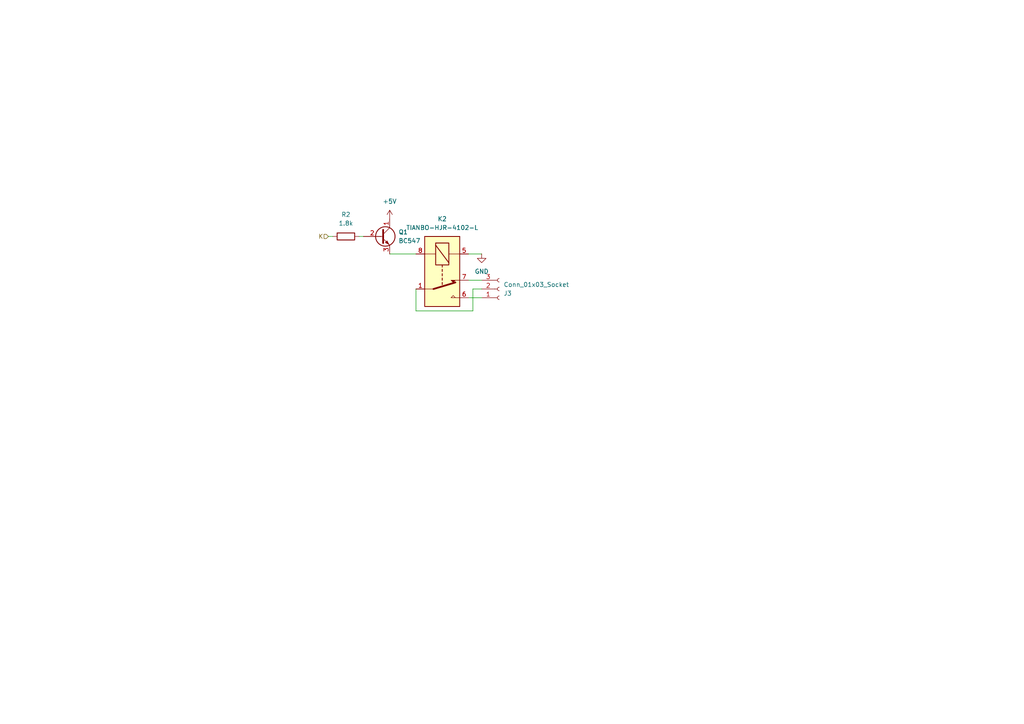
<source format=kicad_sch>
(kicad_sch (version 20231120) (generator "eeschema") (generator_version "8.0")
  (paper "A4")
  (lib_symbols
    (symbol "Connector:Conn_01x03_Socket" (pin_names (offset 1.016) hide)
      (property "Reference" "J" (at 0 5.08 0))
      (property "Value" "Conn_01x03_Socket" (at 0 -5.08 0))
      (symbol "Conn_01x03_Socket_1_1"
        (arc (start 0 -2.032) (mid -0.5058 -2.54) (end 0 -3.048) (stroke (width 0.1524)))
        (polyline (pts (xy -1.27 -2.54) (xy -0.508 -2.54)) (stroke (width 0.1524)))
        (polyline (pts (xy -1.27 0) (xy -0.508 0)) (stroke (width 0.1524)))
        (polyline (pts (xy -1.27 2.54) (xy -0.508 2.54)) (stroke (width 0.1524)))
        (arc (start 0 0.508) (mid -0.5058 0) (end 0 -0.508) (stroke (width 0.1524)))
        (arc (start 0 3.048) (mid -0.5058 2.54) (end 0 2.032) (stroke (width 0.1524)))
        (pin passive line (at -5.08 2.54 0) (length 3.81) (name "Pin_1") (number "1"))
        (pin passive line (at -5.08 0 0) (length 3.81) (name "Pin_2") (number "2"))
        (pin passive line (at -5.08 -2.54 0) (length 3.81) (name "Pin_3") (number "3"))
      )
    )
    (symbol "Device:R" (pin_numbers hide) (pin_names (offset 0))
      (property "Reference" "R" (at 2.032 0 90))
      (property "Value" "R" (at 0 0 90))
      (symbol "R_0_1"
        (rectangle (start -1.016 -2.54) (end 1.016 2.54) (stroke (width 0.254)))
      )
      (symbol "R_1_1"
        (pin passive line (at 0 3.81 270) (length 1.27) (name "~") (number "1"))
        (pin passive line (at 0 -3.81 90) (length 1.27) (name "~") (number "2"))
      )
    )
    (symbol "Relay:TIANBO-HJR-4102-L"
      (property "Reference" "K4" (at -15.24 0 90))
      (property "Value" "TIANBO-HJR-4102-L" (at -12.7 0 90))
      (symbol "TIANBO-HJR-4102-L_0_0"
        (polyline (pts (xy 7.62 5.08) (xy 7.62 2.54) (xy 6.985 3.175) (xy 7.62 3.81)))
      )
      (symbol "TIANBO-HJR-4102-L_0_1"
        (rectangle (start -10.16 5.08) (end 10.16 -5.08) (stroke (width 0.254)) (fill (type background)))
        (rectangle (start -8.255 1.905) (end -1.905 -1.905) (stroke (width 0.254)))
        (polyline (pts (xy -7.62 -1.905) (xy -2.54 1.905)) (stroke (width 0.254)))
        (polyline (pts (xy -5.08 -5.08) (xy -5.08 -1.905)))
        (polyline (pts (xy -5.08 5.08) (xy -5.08 1.905)))
        (polyline (pts (xy -1.905 0) (xy -1.27 0)) (stroke (width 0.254)))
        (polyline (pts (xy -0.635 0) (xy 0 0)) (stroke (width 0.254)))
        (polyline (pts (xy 0.635 0) (xy 1.27 0)) (stroke (width 0.254)))
        (polyline (pts (xy 1.905 0) (xy 2.54 0)) (stroke (width 0.254)))
        (polyline (pts (xy 3.175 0) (xy 3.81 0)) (stroke (width 0.254)))
        (polyline (pts (xy 5.08 -2.54) (xy 3.175 3.81)) (stroke (width 0.508)))
        (polyline (pts (xy 5.08 -2.54) (xy 5.08 -5.08)))
        (polyline (pts (xy 2.54 5.08) (xy 2.54 2.54) (xy 3.175 3.175) (xy 2.54 3.81)) (fill (type outline)))
      )
      (symbol "TIANBO-HJR-4102-L_1_1"
        (pin passive line (at 5.08 -7.62 90) (length 2.54) (name "~") (number "1"))
        (pin passive line (at -5.08 7.62 270) (length 2.54) (name "~") (number "5"))
        (pin passive line (at 7.62 7.62 270) (length 2.54) (name "~") (number "6"))
        (pin passive line (at 2.54 7.62 270) (length 2.54) (name "~") (number "7"))
        (pin passive line (at -5.08 -7.62 90) (length 2.54) (name "~") (number "8"))
      )
    )
    (symbol "Transistor_BJT:BC547" (pin_names (offset 0) hide)
      (property "Reference" "Q" (at 5.08 1.905 0))
      (property "Value" "BC547" (at 5.08 0 0))
      (symbol "BC547_0_1"
        (polyline (pts (xy 0 0) (xy 0.635 0)))
        (polyline (pts (xy 0.635 0.635) (xy 2.54 2.54)))
        (polyline (pts (xy 0.635 -0.635) (xy 2.54 -2.54) (xy 2.54 -2.54)))
        (polyline (pts (xy 0.635 1.905) (xy 0.635 -1.905) (xy 0.635 -1.905)) (stroke (width 0.508)))
        (polyline (pts (xy 1.27 -1.778) (xy 1.778 -1.27) (xy 2.286 -2.286) (xy 1.27 -1.778) (xy 1.27 -1.778)) (fill (type outline)))
        (circle (center 1.27 0) (radius 2.8194) (stroke (width 0.254)))
      )
      (symbol "BC547_1_1"
        (pin passive line (at 2.54 5.08 270) (length 2.54) (name "C") (number "1"))
        (pin input line (at -5.08 0 0) (length 5.08) (name "B") (number "2"))
        (pin passive line (at 2.54 -5.08 90) (length 2.54) (name "E") (number "3"))
      )
    )
    (symbol "power:+5V" (power) (pin_numbers hide) (pin_names (offset 0) hide)
      (property "Value" "+5V" (at 0 3.556 0))
      (symbol "+5V_0_1"
        (polyline (pts (xy -0.762 1.27) (xy 0 2.54)))
        (polyline (pts (xy 0 0) (xy 0 2.54)))
        (polyline (pts (xy 0 2.54) (xy 0.762 1.27)))
      )
      (symbol "+5V_1_1"
        (pin power_in line (at 0 0 90) (length 0) (name "~") (number "1"))
      )
    )
    (symbol "power:GND" (power) (pin_numbers hide) (pin_names (offset 0) hide)
      (property "Value" "GND" (at 0 -3.81 0))
      (symbol "GND_0_1"
        (polyline (pts (xy 0 0) (xy 0 -1.27) (xy 1.27 -1.27) (xy 0 -2.54) (xy -1.27 -1.27) (xy 0 -1.27)))
      )
      (symbol "GND_1_1"
        (pin power_in line (at 0 0 270) (length 0) (name "~") (number "1"))
      )
    )
  )
  (wire (pts (xy 137.16 83.82) (xy 139.7 83.82)))
  (wire (pts (xy 135.89 86.36) (xy 139.7 86.36)))
  (wire (pts (xy 137.16 90.17) (xy 137.16 83.82)))
  (wire (pts (xy 139.7 73.66) (xy 135.89 73.66)))
  (wire (pts (xy 135.89 81.28) (xy 139.7 81.28)))
  (wire (pts (xy 120.65 90.17) (xy 137.16 90.17)))
  (wire (pts (xy 96.52 68.58) (xy 95.25 68.58)))
  (wire (pts (xy 104.14 68.58) (xy 105.41 68.58)))
  (wire (pts (xy 113.03 73.66) (xy 120.65 73.66)))
  (wire (pts (xy 120.65 83.82) (xy 120.65 90.17)))
  (hierarchical_label "K" (shape input) (at 95.25 68.58 180))
  (symbol (lib_id "Transistor_BJT:BC547") (at 110.49 68.58 0) (unit 1)
    (property "Reference" "Q1" (at 115.57 67.3099 0) (effects (justify left)))
    (property "Value" "BC547" (at 115.57 69.8499 0) (effects (justify left)))
    (property "Footprint" "Package_TO_SOT_SMD:SOT-23" (effects (hide yes)))
    (property "Datasheet" "https://www.onsemi.com/pub/Collateral/BC550-D.pdf" (effects (hide yes)))
    (property "Description" "0.1A Ic, 45V Vce, Small Signal NPN Transistor, TO-92" (effects (hide yes)))
    (instances (project "pi-relay-board-smd" (path "" (reference "Q1") (unit 1)) (path "" (reference "Q2") (unit 1)) (path "" (reference "Q3") (unit 1)) (path "" (reference "Q4") (unit 1)) (path "" (reference "Q5") (unit 1)) (path "" (reference "Q6") (unit 1)) (path "" (reference "Q7") (unit 1)) (path "" (reference "Q8") (unit 1)) (path "" (reference "Q9") (unit 1)) (path "" (reference "Q10") (unit 1))))
  )
  (symbol (lib_id "power:+5V") (at 113.03 63.5 0) (unit 1)
    (property "Reference" "#PWR02" (effects (hide yes)))
    (property "Value" "+5V" (at 113.03 58.42 0))
    (property "Description" "Power symbol creates a global label with name \"+5V\"" (effects (hide yes)))
    (instances (project "pi-relay-board-smd" (path "" (reference "#PWR02") (unit 1)) (path "" (reference "#PWR01") (unit 1)) (path "" (reference "#PWR03") (unit 1)) (path "" (reference "#PWR04") (unit 1)) (path "" (reference "#PWR05") (unit 1)) (path "" (reference "#PWR06") (unit 1)) (path "" (reference "#PWR07") (unit 1)) (path "" (reference "#PWR08") (unit 1)) (path "" (reference "#PWR09") (unit 1)) (path "" (reference "#PWR010") (unit 1))))
  )
  (symbol (lib_id "Device:R") (at 100.33 68.58 90) (unit 1)
    (property "Reference" "R2" (at 100.33 62.23 90))
    (property "Value" "1.8k" (at 100.33 64.77 90))
    (property "Footprint" "Resistor_SMD:R_0805_2012Metric_Pad1.20x1.40mm_HandSolder" (effects (hide yes)))
    (property "Description" "Resistor" (effects (hide yes)))
    (instances (project "pi-relay-board-smd" (path "" (reference "R2") (unit 1)) (path "" (reference "R1") (unit 1)) (path "" (reference "R3") (unit 1)) (path "" (reference "R4") (unit 1)) (path "" (reference "R5") (unit 1)) (path "" (reference "R6") (unit 1)) (path "" (reference "R7") (unit 1)) (path "" (reference "R8") (unit 1)) (path "" (reference "R9") (unit 1)) (path "" (reference "R10") (unit 1))))
  )
  (symbol (lib_id "Relay:TIANBO-HJR-4102-L") (at 128.27 78.74 270) (unit 1)
    (property "Reference" "K2" (at 128.27 63.5 90))
    (property "Value" "TIANBO-HJR-4102-L" (at 128.27 66.04 90))
    (property "Footprint" "Relay_THT:Relay_SPDT_HJR-4102" (effects (hide yes)))
    (property "Datasheet" "https://cdn-reichelt.de/documents/datenblatt/C300/DS_HJR4102E.pdf" (effects (hide yes)))
    (property "Description" "TIANBO HJR-4102-L, Single Pole Relay, 5mm Pitch, 3A" (effects (hide yes)))
    (instances (project "pi-relay-board-smd" (path "" (reference "K2") (unit 1)) (path "" (reference "K1") (unit 1)) (path "" (reference "K3") (unit 1)) (path "" (reference "K4") (unit 1)) (path "" (reference "K5") (unit 1)) (path "" (reference "K6") (unit 1)) (path "" (reference "K7") (unit 1)) (path "" (reference "K8") (unit 1)) (path "" (reference "K9") (unit 1)) (path "" (reference "K10") (unit 1))))
  )
  (symbol (lib_id "Connector:Conn_01x03_Socket") (at 144.78 83.82 0) (mirror x) (unit 1)
    (property "Reference" "J3" (at 146.05 85.0901 0) (effects (justify left)))
    (property "Value" "Conn_01x03_Socket" (at 146.05 82.5501 0) (effects (justify left)))
    (property "Footprint" "TerminalBlock_Phoenix:TerminalBlock_Phoenix_PT-1,5-3-3.5-H_1x03_P3.50mm_Horizontal" (effects (hide yes)))
    (property "Description" "Generic connector, single row, 01x03, script generated" (effects (hide yes)))
    (instances (project "pi-relay-board-smd" (path "" (reference "J3") (unit 1)) (path "" (reference "J2") (unit 1)) (path "" (reference "J4") (unit 1)) (path "" (reference "J5") (unit 1)) (path "" (reference "J6") (unit 1)) (path "" (reference "J7") (unit 1)) (path "" (reference "J8") (unit 1)) (path "" (reference "J9") (unit 1)) (path "" (reference "J10") (unit 1)) (path "" (reference "J11") (unit 1))))
  )
  (symbol (lib_id "power:GND") (at 139.7 73.66 0) (unit 1)
    (property "Reference" "#PWR019" (effects (hide yes)))
    (property "Value" "GND" (at 139.7 78.74 0))
    (property "Description" "Power symbol creates a global label with name \"GND\" , ground" (effects (hide yes)))
    (instances (project "pi-relay-board-smd" (path "" (reference "#PWR019") (unit 1)) (path "" (reference "#PWR014") (unit 1)) (path "" (reference "#PWR015") (unit 1)) (path "" (reference "#PWR016") (unit 1)) (path "" (reference "#PWR017") (unit 1)) (path "" (reference "#PWR018") (unit 1)) (path "" (reference "#PWR020") (unit 1)) (path "" (reference "#PWR021") (unit 1)) (path "" (reference "#PWR022") (unit 1)) (path "" (reference "#PWR023") (unit 1))))
  )
)
</source>
